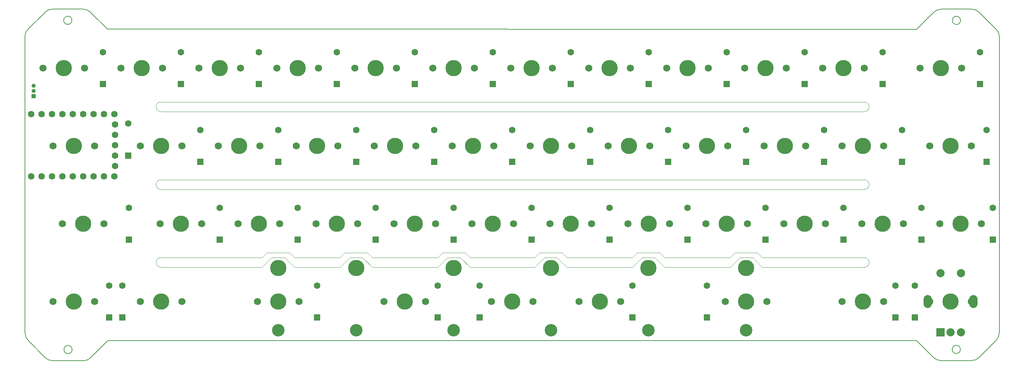
<source format=gbr>
%TF.GenerationSoftware,KiCad,Pcbnew,(7.0.0)*%
%TF.CreationDate,2023-04-22T21:46:50+02:00*%
%TF.ProjectId,lumpen,6c756d70-656e-42e6-9b69-6361645f7063,rev?*%
%TF.SameCoordinates,Original*%
%TF.FileFunction,Soldermask,Top*%
%TF.FilePolarity,Negative*%
%FSLAX46Y46*%
G04 Gerber Fmt 4.6, Leading zero omitted, Abs format (unit mm)*
G04 Created by KiCad (PCBNEW (7.0.0)) date 2023-04-22 21:46:50*
%MOMM*%
%LPD*%
G01*
G04 APERTURE LIST*
%ADD10C,1.600000*%
%ADD11C,1.750000*%
%ADD12C,3.987800*%
%ADD13R,1.600000X1.600000*%
%ADD14C,3.048000*%
%ADD15O,2.000000X3.200000*%
%ADD16R,2.000000X2.000000*%
%ADD17C,2.000000*%
%ADD18R,1.000000X1.000000*%
%ADD19O,1.000000X1.000000*%
%TA.AperFunction,Profile*%
%ADD20C,0.100000*%
%TD*%
%TA.AperFunction,Profile*%
%ADD21C,0.200000*%
%TD*%
G04 APERTURE END LIST*
D10*
%TO.C,RZ1*%
X20593000Y-83661000D03*
X23133000Y-83661000D03*
X25673000Y-83661000D03*
X28213000Y-83661000D03*
X30753000Y-83661000D03*
X33293000Y-83661000D03*
X35833000Y-83661000D03*
X38373000Y-83661000D03*
X40913000Y-83661000D03*
X41123000Y-81121000D03*
X41123000Y-78581000D03*
X41123000Y-76041000D03*
X41123000Y-73501000D03*
X41123000Y-70961000D03*
X40913000Y-68421000D03*
X38373000Y-68421000D03*
X35833000Y-68421000D03*
X33293000Y-68421000D03*
X30753000Y-68421000D03*
X28213000Y-68421000D03*
X25673000Y-68421000D03*
X20593000Y-68421000D03*
X23133000Y-68421000D03*
%TD*%
D11*
%TO.C,MX32*%
X166370000Y-95250000D03*
D12*
X171450000Y-95250000D03*
D11*
X176530000Y-95250000D03*
%TD*%
%TO.C,MX37*%
X25908000Y-114300000D03*
D12*
X30988000Y-114300000D03*
D11*
X36068000Y-114300000D03*
%TD*%
%TO.C,MX30*%
X128270000Y-95250000D03*
D12*
X133350000Y-95250000D03*
D11*
X138430000Y-95250000D03*
%TD*%
%TO.C,MX45*%
X240157000Y-114300000D03*
D12*
X245237000Y-114300000D03*
D11*
X250317000Y-114300000D03*
%TD*%
D13*
%TO.C,D1*%
X38099999Y-61049999D03*
D10*
X38100000Y-53250000D03*
%TD*%
D11*
%TO.C,MX11*%
X213995000Y-57150000D03*
D12*
X219075000Y-57150000D03*
D11*
X224155000Y-57150000D03*
%TD*%
D13*
%TO.C,D41*%
X231774999Y-118199999D03*
D10*
X231775000Y-110400000D03*
%TD*%
D11*
%TO.C,MX34*%
X204470000Y-95250000D03*
D12*
X209550000Y-95250000D03*
D11*
X214630000Y-95250000D03*
%TD*%
D13*
%TO.C,D9*%
X42862499Y-118199999D03*
D10*
X42862500Y-110400000D03*
%TD*%
D13*
%TO.C,D21*%
X133349999Y-61049999D03*
D10*
X133350000Y-53250000D03*
%TD*%
D11*
%TO.C,MX35*%
X223520000Y-95250000D03*
D12*
X228600000Y-95250000D03*
D11*
X233680000Y-95250000D03*
%TD*%
%TO.C,MX12*%
X237807500Y-57150000D03*
D12*
X242887500Y-57150000D03*
D11*
X247967500Y-57150000D03*
%TD*%
D13*
%TO.C,D44*%
X253999999Y-80099999D03*
D10*
X254000000Y-72300000D03*
%TD*%
D11*
%TO.C,MX43*%
X190182500Y-114300000D03*
D12*
X195262500Y-114300000D03*
D11*
X200342500Y-114300000D03*
%TD*%
D13*
%TO.C,D28*%
X171449999Y-61049999D03*
D10*
X171450000Y-53250000D03*
%TD*%
D11*
%TO.C,MX24*%
X240157000Y-76200000D03*
D12*
X245237000Y-76200000D03*
D11*
X250317000Y-76200000D03*
%TD*%
%TO.C,MX10*%
X194945000Y-57150000D03*
D12*
X200025000Y-57150000D03*
D11*
X205105000Y-57150000D03*
%TD*%
D13*
%TO.C,D13*%
X95249999Y-61049999D03*
D10*
X95250000Y-53250000D03*
%TD*%
D11*
%TO.C,MX17*%
X104457500Y-76200000D03*
D12*
X109537500Y-76200000D03*
D11*
X114617500Y-76200000D03*
%TD*%
D13*
%TO.C,D33*%
X200024999Y-99149999D03*
D10*
X200025000Y-91350000D03*
%TD*%
D12*
%TO.C,MX42*%
X147605750Y-106045000D03*
D14*
X147605750Y-121285000D03*
D11*
X154432000Y-114300000D03*
D12*
X159512000Y-114300000D03*
D11*
X164592000Y-114300000D03*
D12*
X171418250Y-106045000D03*
D14*
X171418250Y-121285000D03*
%TD*%
D11*
%TO.C,MX23*%
X218757500Y-76200000D03*
D12*
X223837500Y-76200000D03*
D11*
X228917500Y-76200000D03*
%TD*%
%TO.C,MX14*%
X47307500Y-76200000D03*
D12*
X52387500Y-76200000D03*
D11*
X57467500Y-76200000D03*
%TD*%
D13*
%TO.C,D6*%
X57149999Y-61049999D03*
D10*
X57150000Y-53250000D03*
%TD*%
D15*
%TO.C,SW1*%
X239636999Y-114299999D03*
X250836999Y-114299999D03*
D16*
X242736999Y-121799999D03*
D17*
X247737000Y-121800000D03*
X245237000Y-121800000D03*
X247737000Y-107300000D03*
X242737000Y-107300000D03*
%TD*%
D11*
%TO.C,MX27*%
X71120000Y-95250000D03*
D12*
X76200000Y-95250000D03*
D11*
X81280000Y-95250000D03*
%TD*%
%TO.C,MX29*%
X109220000Y-95250000D03*
D12*
X114300000Y-95250000D03*
D11*
X119380000Y-95250000D03*
%TD*%
D13*
%TO.C,D37*%
X214312499Y-80099999D03*
D10*
X214312500Y-72300000D03*
%TD*%
D13*
%TO.C,D19*%
X152399999Y-61049999D03*
D10*
X152400000Y-53250000D03*
%TD*%
D13*
%TO.C,D39*%
X233362499Y-80099999D03*
D10*
X233362500Y-72300000D03*
%TD*%
D11*
%TO.C,MX26*%
X52070000Y-95250000D03*
D12*
X57150000Y-95250000D03*
D11*
X62230000Y-95250000D03*
%TD*%
%TO.C,MX22*%
X199707500Y-76200000D03*
D12*
X204787500Y-76200000D03*
D11*
X209867500Y-76200000D03*
%TD*%
D13*
%TO.C,D7*%
X61912499Y-80099999D03*
D10*
X61912500Y-72300000D03*
%TD*%
D11*
%TO.C,MX36*%
X242570000Y-95250000D03*
D12*
X247650000Y-95250000D03*
D11*
X252730000Y-95250000D03*
%TD*%
%TO.C,MX20*%
X161607500Y-76200000D03*
D12*
X166687500Y-76200000D03*
D11*
X171767500Y-76200000D03*
%TD*%
%TO.C,MX13*%
X25908000Y-76200000D03*
D12*
X30988000Y-76200000D03*
D11*
X36068000Y-76200000D03*
%TD*%
D13*
%TO.C,D36*%
X209549999Y-61049999D03*
D10*
X209550000Y-53250000D03*
%TD*%
D13*
%TO.C,D24*%
X130174999Y-118199999D03*
D10*
X130175000Y-110400000D03*
%TD*%
D13*
%TO.C,D22*%
X138112499Y-80099999D03*
D10*
X138112500Y-72300000D03*
%TD*%
D13*
%TO.C,D18*%
X123824999Y-99149999D03*
D10*
X123825000Y-91350000D03*
%TD*%
D13*
%TO.C,D31*%
X190499999Y-61049999D03*
D10*
X190500000Y-53250000D03*
%TD*%
D13*
%TO.C,D35*%
X185737499Y-118199999D03*
D10*
X185737500Y-110400000D03*
%TD*%
D11*
%TO.C,MX5*%
X99695000Y-57150000D03*
D12*
X104775000Y-57150000D03*
D11*
X109855000Y-57150000D03*
%TD*%
%TO.C,MX39*%
X75882500Y-114300000D03*
D12*
X80962500Y-114300000D03*
D11*
X86042500Y-114300000D03*
%TD*%
D12*
%TO.C,MX41*%
X80962500Y-106045000D03*
D14*
X80962500Y-121285000D03*
D11*
X133032500Y-114300000D03*
D12*
X138112500Y-114300000D03*
D11*
X143192500Y-114300000D03*
D12*
X195262500Y-106045000D03*
D14*
X195262500Y-121285000D03*
%TD*%
D13*
%TO.C,D16*%
X114299999Y-61049999D03*
D10*
X114300000Y-53250000D03*
%TD*%
D13*
%TO.C,D25*%
X157162499Y-80099999D03*
D10*
X157162500Y-72300000D03*
%TD*%
D13*
%TO.C,D8*%
X66674999Y-99149999D03*
D10*
X66675000Y-91350000D03*
%TD*%
D11*
%TO.C,MX8*%
X156845000Y-57150000D03*
D12*
X161925000Y-57150000D03*
D11*
X167005000Y-57150000D03*
%TD*%
D13*
%TO.C,D11*%
X85724999Y-99149999D03*
D10*
X85725000Y-91350000D03*
%TD*%
D13*
%TO.C,D4*%
X39687499Y-118199999D03*
D10*
X39687500Y-110400000D03*
%TD*%
D13*
%TO.C,D15*%
X104774999Y-99149999D03*
D10*
X104775000Y-91350000D03*
%TD*%
D13*
%TO.C,D30*%
X180974999Y-99149999D03*
D10*
X180975000Y-91350000D03*
%TD*%
D13*
%TO.C,D45*%
X255587499Y-99149999D03*
D10*
X255587500Y-91350000D03*
%TD*%
D13*
%TO.C,D14*%
X100012499Y-80099999D03*
D10*
X100012500Y-72300000D03*
%TD*%
D13*
%TO.C,D10*%
X80962499Y-80099999D03*
D10*
X80962500Y-72300000D03*
%TD*%
D13*
%TO.C,D5*%
X76199999Y-61049999D03*
D10*
X76200000Y-53250000D03*
%TD*%
D11*
%TO.C,MX28*%
X90170000Y-95250000D03*
D12*
X95250000Y-95250000D03*
D11*
X100330000Y-95250000D03*
%TD*%
%TO.C,MX44*%
X218757500Y-114300000D03*
D12*
X223837500Y-114300000D03*
D11*
X228917500Y-114300000D03*
%TD*%
D13*
%TO.C,D26*%
X161924999Y-99149999D03*
D10*
X161925000Y-91350000D03*
%TD*%
D13*
%TO.C,D29*%
X176212499Y-80099999D03*
D10*
X176212500Y-72300000D03*
%TD*%
D12*
%TO.C,MX40*%
X99980750Y-106045000D03*
D14*
X99980750Y-121285000D03*
D11*
X106807000Y-114300000D03*
D12*
X111887000Y-114300000D03*
D11*
X116967000Y-114300000D03*
D12*
X123793250Y-106045000D03*
D14*
X123793250Y-121285000D03*
%TD*%
D11*
%TO.C,MX33*%
X185420000Y-95250000D03*
D12*
X190500000Y-95250000D03*
D11*
X195580000Y-95250000D03*
%TD*%
D13*
%TO.C,D2*%
X44322999Y-78512499D03*
D10*
X44323000Y-70712500D03*
%TD*%
D13*
%TO.C,D12*%
X90487499Y-118199999D03*
D10*
X90487500Y-110400000D03*
%TD*%
D11*
%TO.C,MX6*%
X118745000Y-57150000D03*
D12*
X123825000Y-57150000D03*
D11*
X128905000Y-57150000D03*
%TD*%
%TO.C,MX9*%
X175895000Y-57150000D03*
D12*
X180975000Y-57150000D03*
D11*
X186055000Y-57150000D03*
%TD*%
%TO.C,MX2*%
X42545000Y-57150000D03*
D12*
X47625000Y-57150000D03*
D11*
X52705000Y-57150000D03*
%TD*%
D13*
%TO.C,D23*%
X142874999Y-99149999D03*
D10*
X142875000Y-91350000D03*
%TD*%
D13*
%TO.C,D34*%
X228599999Y-61049999D03*
D10*
X228600000Y-53250000D03*
%TD*%
D11*
%TO.C,MX21*%
X180657500Y-76200000D03*
D12*
X185737500Y-76200000D03*
D11*
X190817500Y-76200000D03*
%TD*%
%TO.C,MX7*%
X137795000Y-57150000D03*
D12*
X142875000Y-57150000D03*
D11*
X147955000Y-57150000D03*
%TD*%
%TO.C,MX15*%
X66357500Y-76200000D03*
D12*
X71437500Y-76200000D03*
D11*
X76517500Y-76200000D03*
%TD*%
D13*
%TO.C,D46*%
X236537499Y-118199999D03*
D10*
X236537500Y-110400000D03*
%TD*%
D13*
%TO.C,D17*%
X119062499Y-80099999D03*
D10*
X119062500Y-72300000D03*
%TD*%
D13*
%TO.C,D32*%
X195262499Y-80099999D03*
D10*
X195262500Y-72300000D03*
%TD*%
D11*
%TO.C,MX1*%
X23495000Y-57150000D03*
D12*
X28575000Y-57150000D03*
D11*
X33655000Y-57150000D03*
%TD*%
%TO.C,MX16*%
X85407500Y-76200000D03*
D12*
X90487500Y-76200000D03*
D11*
X95567500Y-76200000D03*
%TD*%
%TO.C,MX25*%
X28257500Y-95250000D03*
D12*
X33337500Y-95250000D03*
D11*
X38417500Y-95250000D03*
%TD*%
%TO.C,MX19*%
X142557500Y-76200000D03*
D12*
X147637500Y-76200000D03*
D11*
X152717500Y-76200000D03*
%TD*%
%TO.C,MX4*%
X80645000Y-57150000D03*
D12*
X85725000Y-57150000D03*
D11*
X90805000Y-57150000D03*
%TD*%
D13*
%TO.C,D27*%
X167512999Y-118199999D03*
D10*
X167513000Y-110400000D03*
%TD*%
D13*
%TO.C,D43*%
X252412499Y-61049999D03*
D10*
X252412500Y-53250000D03*
%TD*%
D13*
%TO.C,D20*%
X119887999Y-118199999D03*
D10*
X119888000Y-110400000D03*
%TD*%
D13*
%TO.C,D3*%
X44449999Y-99149999D03*
D10*
X44450000Y-91350000D03*
%TD*%
D13*
%TO.C,D38*%
X219074999Y-99149999D03*
D10*
X219075000Y-91350000D03*
%TD*%
D11*
%TO.C,MX38*%
X47307500Y-114300000D03*
D12*
X52387500Y-114300000D03*
D11*
X57467500Y-114300000D03*
%TD*%
%TO.C,MX3*%
X61595000Y-57150000D03*
D12*
X66675000Y-57150000D03*
D11*
X71755000Y-57150000D03*
%TD*%
%TO.C,MX18*%
X123507500Y-76200000D03*
D12*
X128587500Y-76200000D03*
D11*
X133667500Y-76200000D03*
%TD*%
%TO.C,MX31*%
X147320000Y-95250000D03*
D12*
X152400000Y-95250000D03*
D11*
X157480000Y-95250000D03*
%TD*%
D13*
%TO.C,D40*%
X238124999Y-99149999D03*
D10*
X238125000Y-91350000D03*
%TD*%
D18*
%TO.C,J1*%
X21208999Y-63975999D03*
D19*
X21208999Y-62705999D03*
X21208999Y-61435999D03*
%TD*%
D20*
X224161188Y-86836250D02*
X52314313Y-86836250D01*
D21*
X33287290Y-128781256D02*
X25917546Y-128781256D01*
D20*
X125459250Y-103505000D02*
X127840500Y-105886250D01*
X224161188Y-86836200D02*
G75*
G03*
X224161188Y-84455000I12J1190600D01*
G01*
X78199375Y-102314375D02*
X83755625Y-102314375D01*
X192532000Y-102314375D02*
X191341375Y-103505000D01*
X224161188Y-67786200D02*
G75*
G03*
X224161188Y-65405000I12J1190600D01*
G01*
D21*
X39350957Y-123825611D02*
X35178801Y-127997767D01*
X25855692Y-42668888D02*
G75*
G03*
X23964181Y-43452380I8J-2675012D01*
G01*
D20*
X52314313Y-103505000D02*
X77008750Y-103505000D01*
X193722625Y-103505000D02*
X191341375Y-105886250D01*
D21*
X19102418Y-121966128D02*
X19040564Y-49484019D01*
X236913960Y-123824293D02*
X39350957Y-123825611D01*
X252245970Y-43472322D02*
G75*
G03*
X250354482Y-42688810I-1891570J-1891578D01*
G01*
D20*
X52314313Y-84454950D02*
G75*
G03*
X52314313Y-86836250I-13J-1190650D01*
G01*
D21*
X242984738Y-42688823D02*
G75*
G03*
X241096372Y-43469515I-38J-2674077D01*
G01*
X252245993Y-43472299D02*
X256386121Y-47612427D01*
D20*
X191341375Y-105886250D02*
X175402875Y-105886250D01*
D21*
X39257075Y-47592508D02*
X236956244Y-47609643D01*
D20*
X103964500Y-103505000D02*
X119903000Y-103505000D01*
D21*
X236956244Y-47609643D02*
X241096372Y-43469515D01*
D20*
X96027000Y-105886250D02*
X84946250Y-105886250D01*
D21*
X30540436Y-45418891D02*
G75*
G03*
X30540436Y-45418891I-1000000J0D01*
G01*
D20*
X196897625Y-103505000D02*
X199278875Y-105886250D01*
D21*
X250315343Y-128747910D02*
X242945599Y-128747910D01*
X30602546Y-126031256D02*
G75*
G03*
X30602546Y-126031256I-1000000J0D01*
G01*
D20*
X97217625Y-102314375D02*
X96027000Y-103505000D01*
D21*
X25855692Y-42668891D02*
X33225436Y-42668891D01*
X257169610Y-49503938D02*
X257130471Y-121932782D01*
D20*
X121093625Y-102314375D02*
X126649875Y-102314375D01*
D21*
X247669482Y-45438810D02*
G75*
G03*
X247669482Y-45438810I-1000000J0D01*
G01*
D20*
X144786188Y-102314375D02*
X143595563Y-103505000D01*
X168656000Y-102314375D02*
X167465375Y-103505000D01*
X121093625Y-102314375D02*
X119903000Y-103505000D01*
D21*
X250315343Y-128747925D02*
G75*
G03*
X252206853Y-127964420I57J2674825D01*
G01*
X241054108Y-127964401D02*
G75*
G03*
X242945599Y-128747910I1891492J1891401D01*
G01*
D20*
X122284250Y-103505000D02*
X125459250Y-103505000D01*
X224161188Y-105886250D02*
X199278875Y-105886250D01*
X102773875Y-102314375D02*
X103964500Y-103505000D01*
X193722625Y-103505000D02*
X196897625Y-103505000D01*
X169846625Y-103505000D02*
X173021625Y-103505000D01*
X151533063Y-103505000D02*
X167465375Y-103505000D01*
X144786188Y-102314375D02*
X150342438Y-102314375D01*
D21*
X35116939Y-43452388D02*
G75*
G03*
X33225436Y-42668891I-1891439J-1891312D01*
G01*
D20*
X52314313Y-103504950D02*
G75*
G03*
X52314313Y-105886250I-13J-1190650D01*
G01*
X199278875Y-103505000D02*
X224161188Y-103505000D01*
X169846625Y-103505000D02*
X167465375Y-105886250D01*
X52314313Y-84455000D02*
X224161188Y-84455000D01*
X224161188Y-105886200D02*
G75*
G03*
X224161188Y-103505000I12J1190600D01*
G01*
D21*
X256346997Y-123824308D02*
G75*
G03*
X257130471Y-121932782I-1891797J1891608D01*
G01*
X256346982Y-123824293D02*
X252206854Y-127964421D01*
X33287290Y-128781220D02*
G75*
G03*
X35178800Y-127997766I110J2674820D01*
G01*
D20*
X101583250Y-103505000D02*
X103964500Y-105886250D01*
X79390000Y-103505000D02*
X82565000Y-103505000D01*
X126649875Y-102314375D02*
X127840500Y-103505000D01*
X145976813Y-103505000D02*
X149151813Y-103505000D01*
X143595563Y-105886250D02*
X127840500Y-105886250D01*
X83755625Y-102314375D02*
X84946250Y-103505000D01*
X173021625Y-103505000D02*
X175402875Y-105886250D01*
D21*
X24026035Y-127997767D02*
X19885907Y-123857639D01*
X242984738Y-42688810D02*
X250354482Y-42688810D01*
D20*
X97217625Y-102314375D02*
X102773875Y-102314375D01*
D21*
X241054088Y-127964421D02*
X236913960Y-123824293D01*
X24026051Y-127997751D02*
G75*
G03*
X25917546Y-128781256I1891549J1891551D01*
G01*
D20*
X78199375Y-102314375D02*
X77008750Y-103505000D01*
X174212250Y-102314375D02*
X175402875Y-103505000D01*
X175402875Y-103505000D02*
X191341375Y-103505000D01*
X149151813Y-103505000D02*
X151533063Y-105886250D01*
X224161188Y-67786250D02*
X52314313Y-67786250D01*
X119903000Y-105886250D02*
X103964500Y-105886250D01*
X79390000Y-103505000D02*
X77008750Y-105886250D01*
X98408250Y-103505000D02*
X96027000Y-105886250D01*
X198088250Y-102314375D02*
X199278875Y-103505000D01*
X84946250Y-103505000D02*
X96027000Y-103505000D01*
X52314313Y-65404950D02*
G75*
G03*
X52314313Y-67786250I-13J-1190650D01*
G01*
X168656000Y-102314375D02*
X174212250Y-102314375D01*
X122284250Y-103505000D02*
X119903000Y-105886250D01*
D21*
X19824057Y-47592512D02*
G75*
G03*
X19040564Y-49484019I1891443J-1891488D01*
G01*
D20*
X167465375Y-105886250D02*
X151533063Y-105886250D01*
D21*
X19824053Y-47592508D02*
X23964181Y-43452380D01*
D20*
X77008750Y-105886250D02*
X52314313Y-105886250D01*
X82565000Y-103505000D02*
X84946250Y-105886250D01*
X52314313Y-65405000D02*
X224161188Y-65405000D01*
D21*
X35116947Y-43452380D02*
X39257075Y-47592508D01*
D20*
X150342438Y-102314375D02*
X151533063Y-103505000D01*
D21*
X247630599Y-125997910D02*
G75*
G03*
X247630599Y-125997910I-1000000J0D01*
G01*
D20*
X192532000Y-102314375D02*
X198088250Y-102314375D01*
D21*
X257169604Y-49503938D02*
G75*
G03*
X256386120Y-47612428I-2675404J-162D01*
G01*
D20*
X127840500Y-103505000D02*
X143595563Y-103505000D01*
D21*
X19102451Y-121966128D02*
G75*
G03*
X19885907Y-123857639I2675149J28D01*
G01*
D20*
X145976813Y-103505000D02*
X143595563Y-105886250D01*
X98408250Y-103505000D02*
X101583250Y-103505000D01*
M02*

</source>
